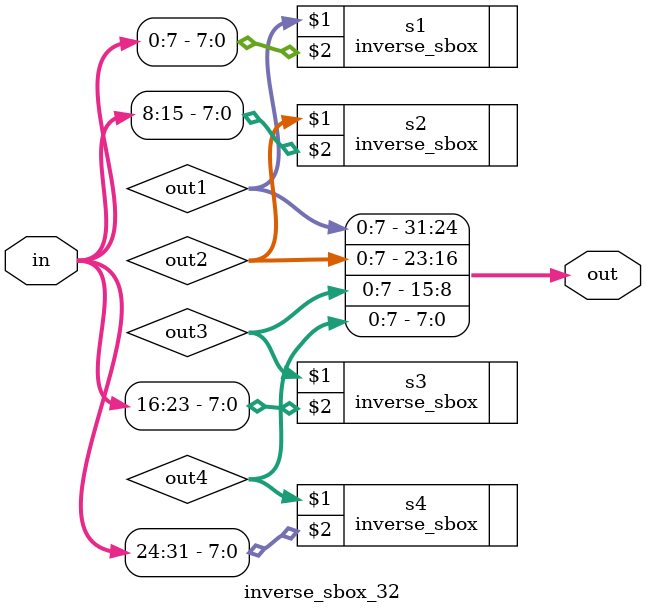
<source format=v>
module inverse_sbox_32 (output reg [0:31] out,input [0:31] in);
wire [0:7]out1;
wire [0:7]out2;
wire [0:7]out3;
wire [0:7]out4;
inverse_sbox s1(out1,in[0:7]);
inverse_sbox s2(out2,in[8:15]);
inverse_sbox s3(out3,in[16:23]);
inverse_sbox s4(out4,in[24:31]);
always @(*) begin
 out[0:7]=out1;
 out[8:15]=out2;
 out[16:23]=out3;
 out[24:31]=out4;
end

endmodule

</source>
